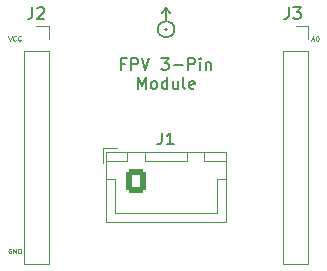
<source format=gbr>
%TF.GenerationSoftware,KiCad,Pcbnew,7.0.7*%
%TF.CreationDate,2023-10-05T20:41:31-06:00*%
%TF.ProjectId,FPV_3-Pin_Module,4650565f-332d-4506-996e-5f4d6f64756c,rev?*%
%TF.SameCoordinates,Original*%
%TF.FileFunction,Legend,Top*%
%TF.FilePolarity,Positive*%
%FSLAX46Y46*%
G04 Gerber Fmt 4.6, Leading zero omitted, Abs format (unit mm)*
G04 Created by KiCad (PCBNEW 7.0.7) date 2023-10-05 20:41:31*
%MOMM*%
%LPD*%
G01*
G04 APERTURE LIST*
G04 Aperture macros list*
%AMRoundRect*
0 Rectangle with rounded corners*
0 $1 Rounding radius*
0 $2 $3 $4 $5 $6 $7 $8 $9 X,Y pos of 4 corners*
0 Add a 4 corners polygon primitive as box body*
4,1,4,$2,$3,$4,$5,$6,$7,$8,$9,$2,$3,0*
0 Add four circle primitives for the rounded corners*
1,1,$1+$1,$2,$3*
1,1,$1+$1,$4,$5*
1,1,$1+$1,$6,$7*
1,1,$1+$1,$8,$9*
0 Add four rect primitives between the rounded corners*
20,1,$1+$1,$2,$3,$4,$5,0*
20,1,$1+$1,$4,$5,$6,$7,0*
20,1,$1+$1,$6,$7,$8,$9,0*
20,1,$1+$1,$8,$9,$2,$3,0*%
G04 Aperture macros list end*
%ADD10C,0.100000*%
%ADD11C,0.150000*%
%ADD12C,0.120000*%
%ADD13RoundRect,0.250000X-0.600000X-0.725000X0.600000X-0.725000X0.600000X0.725000X-0.600000X0.725000X0*%
%ADD14O,1.700000X1.950000*%
%ADD15R,1.350000X1.350000*%
%ADD16O,1.350000X1.350000*%
G04 APERTURE END LIST*
D10*
X153904486Y-82196361D02*
X154094962Y-82196361D01*
X153866391Y-82310647D02*
X153999724Y-81910647D01*
X153999724Y-81910647D02*
X154133057Y-82310647D01*
X154342581Y-81910647D02*
X154380676Y-81910647D01*
X154380676Y-81910647D02*
X154418772Y-81929695D01*
X154418772Y-81929695D02*
X154437819Y-81948742D01*
X154437819Y-81948742D02*
X154456867Y-81986838D01*
X154456867Y-81986838D02*
X154475914Y-82063028D01*
X154475914Y-82063028D02*
X154475914Y-82158266D01*
X154475914Y-82158266D02*
X154456867Y-82234457D01*
X154456867Y-82234457D02*
X154437819Y-82272552D01*
X154437819Y-82272552D02*
X154418772Y-82291600D01*
X154418772Y-82291600D02*
X154380676Y-82310647D01*
X154380676Y-82310647D02*
X154342581Y-82310647D01*
X154342581Y-82310647D02*
X154304486Y-82291600D01*
X154304486Y-82291600D02*
X154285438Y-82272552D01*
X154285438Y-82272552D02*
X154266391Y-82234457D01*
X154266391Y-82234457D02*
X154247343Y-82158266D01*
X154247343Y-82158266D02*
X154247343Y-82063028D01*
X154247343Y-82063028D02*
X154266391Y-81986838D01*
X154266391Y-81986838D02*
X154285438Y-81948742D01*
X154285438Y-81948742D02*
X154304486Y-81929695D01*
X154304486Y-81929695D02*
X154342581Y-81910647D01*
X128445437Y-99929695D02*
X128407342Y-99910647D01*
X128407342Y-99910647D02*
X128350199Y-99910647D01*
X128350199Y-99910647D02*
X128293056Y-99929695D01*
X128293056Y-99929695D02*
X128254961Y-99967790D01*
X128254961Y-99967790D02*
X128235914Y-100005885D01*
X128235914Y-100005885D02*
X128216866Y-100082076D01*
X128216866Y-100082076D02*
X128216866Y-100139219D01*
X128216866Y-100139219D02*
X128235914Y-100215409D01*
X128235914Y-100215409D02*
X128254961Y-100253504D01*
X128254961Y-100253504D02*
X128293056Y-100291600D01*
X128293056Y-100291600D02*
X128350199Y-100310647D01*
X128350199Y-100310647D02*
X128388295Y-100310647D01*
X128388295Y-100310647D02*
X128445437Y-100291600D01*
X128445437Y-100291600D02*
X128464485Y-100272552D01*
X128464485Y-100272552D02*
X128464485Y-100139219D01*
X128464485Y-100139219D02*
X128388295Y-100139219D01*
X128635914Y-100310647D02*
X128635914Y-99910647D01*
X128635914Y-99910647D02*
X128864485Y-100310647D01*
X128864485Y-100310647D02*
X128864485Y-99910647D01*
X129054962Y-100310647D02*
X129054962Y-99910647D01*
X129054962Y-99910647D02*
X129150200Y-99910647D01*
X129150200Y-99910647D02*
X129207343Y-99929695D01*
X129207343Y-99929695D02*
X129245438Y-99967790D01*
X129245438Y-99967790D02*
X129264485Y-100005885D01*
X129264485Y-100005885D02*
X129283533Y-100082076D01*
X129283533Y-100082076D02*
X129283533Y-100139219D01*
X129283533Y-100139219D02*
X129264485Y-100215409D01*
X129264485Y-100215409D02*
X129245438Y-100253504D01*
X129245438Y-100253504D02*
X129207343Y-100291600D01*
X129207343Y-100291600D02*
X129150200Y-100310647D01*
X129150200Y-100310647D02*
X129054962Y-100310647D01*
X128216867Y-81890647D02*
X128350200Y-82290647D01*
X128350200Y-82290647D02*
X128483533Y-81890647D01*
X128845438Y-82252552D02*
X128826390Y-82271600D01*
X128826390Y-82271600D02*
X128769248Y-82290647D01*
X128769248Y-82290647D02*
X128731152Y-82290647D01*
X128731152Y-82290647D02*
X128674009Y-82271600D01*
X128674009Y-82271600D02*
X128635914Y-82233504D01*
X128635914Y-82233504D02*
X128616867Y-82195409D01*
X128616867Y-82195409D02*
X128597819Y-82119219D01*
X128597819Y-82119219D02*
X128597819Y-82062076D01*
X128597819Y-82062076D02*
X128616867Y-81985885D01*
X128616867Y-81985885D02*
X128635914Y-81947790D01*
X128635914Y-81947790D02*
X128674009Y-81909695D01*
X128674009Y-81909695D02*
X128731152Y-81890647D01*
X128731152Y-81890647D02*
X128769248Y-81890647D01*
X128769248Y-81890647D02*
X128826390Y-81909695D01*
X128826390Y-81909695D02*
X128845438Y-81928742D01*
X129245438Y-82252552D02*
X129226390Y-82271600D01*
X129226390Y-82271600D02*
X129169248Y-82290647D01*
X129169248Y-82290647D02*
X129131152Y-82290647D01*
X129131152Y-82290647D02*
X129074009Y-82271600D01*
X129074009Y-82271600D02*
X129035914Y-82233504D01*
X129035914Y-82233504D02*
X129016867Y-82195409D01*
X129016867Y-82195409D02*
X128997819Y-82119219D01*
X128997819Y-82119219D02*
X128997819Y-82062076D01*
X128997819Y-82062076D02*
X129016867Y-81985885D01*
X129016867Y-81985885D02*
X129035914Y-81947790D01*
X129035914Y-81947790D02*
X129074009Y-81909695D01*
X129074009Y-81909695D02*
X129131152Y-81890647D01*
X129131152Y-81890647D02*
X129169248Y-81890647D01*
X129169248Y-81890647D02*
X129226390Y-81909695D01*
X129226390Y-81909695D02*
X129245438Y-81928742D01*
D11*
X138110619Y-84244809D02*
X137777286Y-84244809D01*
X137777286Y-84768619D02*
X137777286Y-83768619D01*
X137777286Y-83768619D02*
X138253476Y-83768619D01*
X138634429Y-84768619D02*
X138634429Y-83768619D01*
X138634429Y-83768619D02*
X139015381Y-83768619D01*
X139015381Y-83768619D02*
X139110619Y-83816238D01*
X139110619Y-83816238D02*
X139158238Y-83863857D01*
X139158238Y-83863857D02*
X139205857Y-83959095D01*
X139205857Y-83959095D02*
X139205857Y-84101952D01*
X139205857Y-84101952D02*
X139158238Y-84197190D01*
X139158238Y-84197190D02*
X139110619Y-84244809D01*
X139110619Y-84244809D02*
X139015381Y-84292428D01*
X139015381Y-84292428D02*
X138634429Y-84292428D01*
X139491572Y-83768619D02*
X139824905Y-84768619D01*
X139824905Y-84768619D02*
X140158238Y-83768619D01*
X141158239Y-83768619D02*
X141777286Y-83768619D01*
X141777286Y-83768619D02*
X141443953Y-84149571D01*
X141443953Y-84149571D02*
X141586810Y-84149571D01*
X141586810Y-84149571D02*
X141682048Y-84197190D01*
X141682048Y-84197190D02*
X141729667Y-84244809D01*
X141729667Y-84244809D02*
X141777286Y-84340047D01*
X141777286Y-84340047D02*
X141777286Y-84578142D01*
X141777286Y-84578142D02*
X141729667Y-84673380D01*
X141729667Y-84673380D02*
X141682048Y-84721000D01*
X141682048Y-84721000D02*
X141586810Y-84768619D01*
X141586810Y-84768619D02*
X141301096Y-84768619D01*
X141301096Y-84768619D02*
X141205858Y-84721000D01*
X141205858Y-84721000D02*
X141158239Y-84673380D01*
X142205858Y-84387666D02*
X142967763Y-84387666D01*
X143443953Y-84768619D02*
X143443953Y-83768619D01*
X143443953Y-83768619D02*
X143824905Y-83768619D01*
X143824905Y-83768619D02*
X143920143Y-83816238D01*
X143920143Y-83816238D02*
X143967762Y-83863857D01*
X143967762Y-83863857D02*
X144015381Y-83959095D01*
X144015381Y-83959095D02*
X144015381Y-84101952D01*
X144015381Y-84101952D02*
X143967762Y-84197190D01*
X143967762Y-84197190D02*
X143920143Y-84244809D01*
X143920143Y-84244809D02*
X143824905Y-84292428D01*
X143824905Y-84292428D02*
X143443953Y-84292428D01*
X144443953Y-84768619D02*
X144443953Y-84101952D01*
X144443953Y-83768619D02*
X144396334Y-83816238D01*
X144396334Y-83816238D02*
X144443953Y-83863857D01*
X144443953Y-83863857D02*
X144491572Y-83816238D01*
X144491572Y-83816238D02*
X144443953Y-83768619D01*
X144443953Y-83768619D02*
X144443953Y-83863857D01*
X144920143Y-84101952D02*
X144920143Y-84768619D01*
X144920143Y-84197190D02*
X144967762Y-84149571D01*
X144967762Y-84149571D02*
X145063000Y-84101952D01*
X145063000Y-84101952D02*
X145205857Y-84101952D01*
X145205857Y-84101952D02*
X145301095Y-84149571D01*
X145301095Y-84149571D02*
X145348714Y-84244809D01*
X145348714Y-84244809D02*
X145348714Y-84768619D01*
X139182047Y-86378619D02*
X139182047Y-85378619D01*
X139182047Y-85378619D02*
X139515380Y-86092904D01*
X139515380Y-86092904D02*
X139848713Y-85378619D01*
X139848713Y-85378619D02*
X139848713Y-86378619D01*
X140467761Y-86378619D02*
X140372523Y-86331000D01*
X140372523Y-86331000D02*
X140324904Y-86283380D01*
X140324904Y-86283380D02*
X140277285Y-86188142D01*
X140277285Y-86188142D02*
X140277285Y-85902428D01*
X140277285Y-85902428D02*
X140324904Y-85807190D01*
X140324904Y-85807190D02*
X140372523Y-85759571D01*
X140372523Y-85759571D02*
X140467761Y-85711952D01*
X140467761Y-85711952D02*
X140610618Y-85711952D01*
X140610618Y-85711952D02*
X140705856Y-85759571D01*
X140705856Y-85759571D02*
X140753475Y-85807190D01*
X140753475Y-85807190D02*
X140801094Y-85902428D01*
X140801094Y-85902428D02*
X140801094Y-86188142D01*
X140801094Y-86188142D02*
X140753475Y-86283380D01*
X140753475Y-86283380D02*
X140705856Y-86331000D01*
X140705856Y-86331000D02*
X140610618Y-86378619D01*
X140610618Y-86378619D02*
X140467761Y-86378619D01*
X141658237Y-86378619D02*
X141658237Y-85378619D01*
X141658237Y-86331000D02*
X141562999Y-86378619D01*
X141562999Y-86378619D02*
X141372523Y-86378619D01*
X141372523Y-86378619D02*
X141277285Y-86331000D01*
X141277285Y-86331000D02*
X141229666Y-86283380D01*
X141229666Y-86283380D02*
X141182047Y-86188142D01*
X141182047Y-86188142D02*
X141182047Y-85902428D01*
X141182047Y-85902428D02*
X141229666Y-85807190D01*
X141229666Y-85807190D02*
X141277285Y-85759571D01*
X141277285Y-85759571D02*
X141372523Y-85711952D01*
X141372523Y-85711952D02*
X141562999Y-85711952D01*
X141562999Y-85711952D02*
X141658237Y-85759571D01*
X142562999Y-85711952D02*
X142562999Y-86378619D01*
X142134428Y-85711952D02*
X142134428Y-86235761D01*
X142134428Y-86235761D02*
X142182047Y-86331000D01*
X142182047Y-86331000D02*
X142277285Y-86378619D01*
X142277285Y-86378619D02*
X142420142Y-86378619D01*
X142420142Y-86378619D02*
X142515380Y-86331000D01*
X142515380Y-86331000D02*
X142562999Y-86283380D01*
X143182047Y-86378619D02*
X143086809Y-86331000D01*
X143086809Y-86331000D02*
X143039190Y-86235761D01*
X143039190Y-86235761D02*
X143039190Y-85378619D01*
X143943952Y-86331000D02*
X143848714Y-86378619D01*
X143848714Y-86378619D02*
X143658238Y-86378619D01*
X143658238Y-86378619D02*
X143563000Y-86331000D01*
X143563000Y-86331000D02*
X143515381Y-86235761D01*
X143515381Y-86235761D02*
X143515381Y-85854809D01*
X143515381Y-85854809D02*
X143563000Y-85759571D01*
X143563000Y-85759571D02*
X143658238Y-85711952D01*
X143658238Y-85711952D02*
X143848714Y-85711952D01*
X143848714Y-85711952D02*
X143943952Y-85759571D01*
X143943952Y-85759571D02*
X143991571Y-85854809D01*
X143991571Y-85854809D02*
X143991571Y-85950047D01*
X143991571Y-85950047D02*
X143515381Y-86045285D01*
X141216666Y-90074819D02*
X141216666Y-90789104D01*
X141216666Y-90789104D02*
X141169047Y-90931961D01*
X141169047Y-90931961D02*
X141073809Y-91027200D01*
X141073809Y-91027200D02*
X140930952Y-91074819D01*
X140930952Y-91074819D02*
X140835714Y-91074819D01*
X142216666Y-91074819D02*
X141645238Y-91074819D01*
X141930952Y-91074819D02*
X141930952Y-90074819D01*
X141930952Y-90074819D02*
X141835714Y-90217676D01*
X141835714Y-90217676D02*
X141740476Y-90312914D01*
X141740476Y-90312914D02*
X141645238Y-90360533D01*
X130246666Y-79454819D02*
X130246666Y-80169104D01*
X130246666Y-80169104D02*
X130199047Y-80311961D01*
X130199047Y-80311961D02*
X130103809Y-80407200D01*
X130103809Y-80407200D02*
X129960952Y-80454819D01*
X129960952Y-80454819D02*
X129865714Y-80454819D01*
X130675238Y-79550057D02*
X130722857Y-79502438D01*
X130722857Y-79502438D02*
X130818095Y-79454819D01*
X130818095Y-79454819D02*
X131056190Y-79454819D01*
X131056190Y-79454819D02*
X131151428Y-79502438D01*
X131151428Y-79502438D02*
X131199047Y-79550057D01*
X131199047Y-79550057D02*
X131246666Y-79645295D01*
X131246666Y-79645295D02*
X131246666Y-79740533D01*
X131246666Y-79740533D02*
X131199047Y-79883390D01*
X131199047Y-79883390D02*
X130627619Y-80454819D01*
X130627619Y-80454819D02*
X131246666Y-80454819D01*
X151966666Y-79464819D02*
X151966666Y-80179104D01*
X151966666Y-80179104D02*
X151919047Y-80321961D01*
X151919047Y-80321961D02*
X151823809Y-80417200D01*
X151823809Y-80417200D02*
X151680952Y-80464819D01*
X151680952Y-80464819D02*
X151585714Y-80464819D01*
X152347619Y-79464819D02*
X152966666Y-79464819D01*
X152966666Y-79464819D02*
X152633333Y-79845771D01*
X152633333Y-79845771D02*
X152776190Y-79845771D01*
X152776190Y-79845771D02*
X152871428Y-79893390D01*
X152871428Y-79893390D02*
X152919047Y-79941009D01*
X152919047Y-79941009D02*
X152966666Y-80036247D01*
X152966666Y-80036247D02*
X152966666Y-80274342D01*
X152966666Y-80274342D02*
X152919047Y-80369580D01*
X152919047Y-80369580D02*
X152871428Y-80417200D01*
X152871428Y-80417200D02*
X152776190Y-80464819D01*
X152776190Y-80464819D02*
X152490476Y-80464819D01*
X152490476Y-80464819D02*
X152395238Y-80417200D01*
X152395238Y-80417200D02*
X152347619Y-80369580D01*
D12*
%TO.C,J1*%
X145850000Y-96920000D02*
X141550000Y-96920000D01*
X146600000Y-91720000D02*
X144800000Y-91720000D01*
X138300000Y-91720000D02*
X136500000Y-91720000D01*
X144800000Y-91720000D02*
X144800000Y-92470000D01*
X146600000Y-93970000D02*
X145850000Y-93970000D01*
X145850000Y-93970000D02*
X145850000Y-96920000D01*
X143300000Y-91720000D02*
X139800000Y-91720000D01*
X146600000Y-92470000D02*
X146600000Y-91720000D01*
X137450000Y-91420000D02*
X136200000Y-91420000D01*
X146610000Y-91710000D02*
X136490000Y-91710000D01*
X136500000Y-91720000D02*
X136500000Y-92470000D01*
X137250000Y-96920000D02*
X141550000Y-96920000D01*
X143300000Y-92470000D02*
X143300000Y-91720000D01*
X136490000Y-91710000D02*
X136490000Y-97680000D01*
X136500000Y-93970000D02*
X137250000Y-93970000D01*
X137250000Y-93970000D02*
X137250000Y-96920000D01*
X144800000Y-92470000D02*
X146600000Y-92470000D01*
X138300000Y-92470000D02*
X138300000Y-91720000D01*
X139800000Y-91720000D02*
X139800000Y-92470000D01*
X146610000Y-97680000D02*
X146610000Y-91710000D01*
X136500000Y-92470000D02*
X138300000Y-92470000D01*
X139800000Y-92470000D02*
X143300000Y-92470000D01*
X136490000Y-97680000D02*
X146610000Y-97680000D01*
X136200000Y-91420000D02*
X136200000Y-92670000D01*
%TO.C,J2*%
X129513800Y-83131000D02*
X129513800Y-101191000D01*
X129513800Y-83131000D02*
X131633800Y-83131000D01*
X129513800Y-101191000D02*
X131633800Y-101191000D01*
X130573800Y-81071000D02*
X131633800Y-81071000D01*
X131633800Y-81071000D02*
X131633800Y-82131000D01*
X131633800Y-83131000D02*
X131633800Y-101191000D01*
D11*
%TO.C,EXP_ORIENTATION*%
X141570000Y-80630000D02*
X141570000Y-79530000D01*
X141570000Y-79530000D02*
X141220000Y-79930000D01*
X141570000Y-79530000D02*
X141920000Y-79930000D01*
X141649057Y-81330000D02*
G75*
G03*
X141649057Y-81330000I-79057J0D01*
G01*
X142270446Y-81330000D02*
G75*
G03*
X142270446Y-81330000I-700446J0D01*
G01*
D12*
%TO.C,J3*%
X151500000Y-83130000D02*
X151500000Y-101190000D01*
X151500000Y-83130000D02*
X153620000Y-83130000D01*
X151500000Y-101190000D02*
X153620000Y-101190000D01*
X152560000Y-81070000D02*
X153620000Y-81070000D01*
X153620000Y-81070000D02*
X153620000Y-82130000D01*
X153620000Y-83130000D02*
X153620000Y-101190000D01*
%TD*%
%LPC*%
D13*
%TO.C,J1*%
X139050000Y-94170000D03*
D14*
X141550000Y-94170000D03*
X144050000Y-94170000D03*
%TD*%
D15*
%TO.C,J2*%
X130573800Y-82131000D03*
D16*
X130573800Y-84131000D03*
X130573800Y-86131000D03*
X130573800Y-88131000D03*
X130573800Y-90131000D03*
X130573800Y-92131000D03*
X130573800Y-94131000D03*
X130573800Y-96131000D03*
X130573800Y-98131000D03*
X130573800Y-100131000D03*
%TD*%
D15*
%TO.C,J3*%
X152560000Y-82130000D03*
D16*
X152560000Y-84130000D03*
X152560000Y-86130000D03*
X152560000Y-88130000D03*
X152560000Y-90130000D03*
X152560000Y-92130000D03*
X152560000Y-94130000D03*
X152560000Y-96130000D03*
X152560000Y-98130000D03*
X152560000Y-100130000D03*
%TD*%
%LPD*%
M02*

</source>
